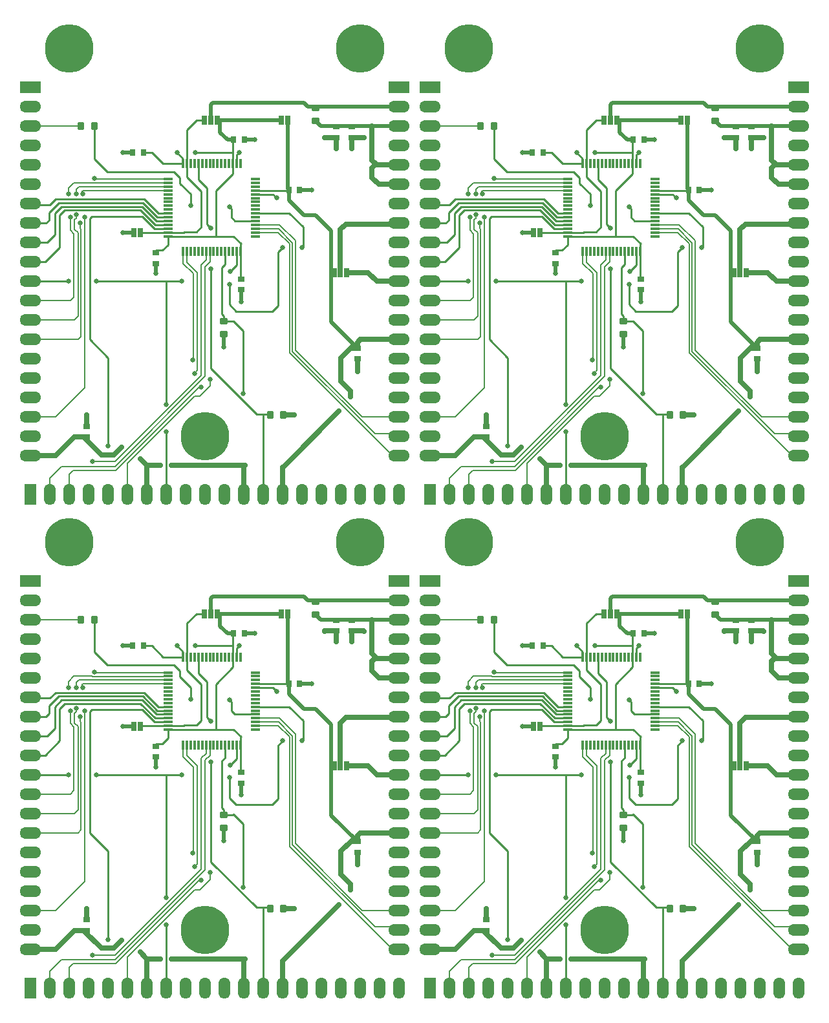
<source format=gtl>
G04 Layer_Physical_Order=1*
G04 Layer_Color=255*
%FSLAX25Y25*%
%MOIN*%
G70*
G01*
G75*
%ADD10R,0.02500X0.05000*%
%ADD11R,0.03740X0.02953*%
%ADD12R,0.02953X0.03740*%
%ADD13R,0.01181X0.04724*%
%ADD14R,0.04724X0.01181*%
G04:AMPARAMS|DCode=15|XSize=39.37mil|YSize=35.43mil|CornerRadius=4.43mil|HoleSize=0mil|Usage=FLASHONLY|Rotation=90.000|XOffset=0mil|YOffset=0mil|HoleType=Round|Shape=RoundedRectangle|*
%AMROUNDEDRECTD15*
21,1,0.03937,0.02657,0,0,90.0*
21,1,0.03051,0.03543,0,0,90.0*
1,1,0.00886,0.01329,0.01526*
1,1,0.00886,0.01329,-0.01526*
1,1,0.00886,-0.01329,-0.01526*
1,1,0.00886,-0.01329,0.01526*
%
%ADD15ROUNDEDRECTD15*%
G04:AMPARAMS|DCode=16|XSize=39.37mil|YSize=35.43mil|CornerRadius=4.43mil|HoleSize=0mil|Usage=FLASHONLY|Rotation=0.000|XOffset=0mil|YOffset=0mil|HoleType=Round|Shape=RoundedRectangle|*
%AMROUNDEDRECTD16*
21,1,0.03937,0.02657,0,0,0.0*
21,1,0.03051,0.03543,0,0,0.0*
1,1,0.00886,0.01526,-0.01329*
1,1,0.00886,-0.01526,-0.01329*
1,1,0.00886,-0.01526,0.01329*
1,1,0.00886,0.01526,0.01329*
%
%ADD16ROUNDEDRECTD16*%
%ADD17C,0.01000*%
%ADD18C,0.02000*%
%ADD19C,0.02500*%
%ADD20C,0.00800*%
%ADD21C,0.25000*%
%ADD22O,0.11000X0.06000*%
%ADD23R,0.11000X0.06000*%
%ADD24O,0.06000X0.11000*%
%ADD25R,0.06000X0.11000*%
%ADD26C,0.02500*%
D10*
X61378Y143000D02*
D03*
X64622D02*
D03*
X164512Y122500D02*
D03*
X167757D02*
D03*
X171000D02*
D03*
X104244Y201000D02*
D03*
X101000D02*
D03*
X97757D02*
D03*
X137257D02*
D03*
X140500D02*
D03*
X267378Y143000D02*
D03*
X270622D02*
D03*
X370512Y122500D02*
D03*
X373757D02*
D03*
X377000D02*
D03*
X310244Y201000D02*
D03*
X307000D02*
D03*
X303757D02*
D03*
X343257D02*
D03*
X346500D02*
D03*
X61378Y397500D02*
D03*
X64622D02*
D03*
X164512Y377000D02*
D03*
X167757D02*
D03*
X171000D02*
D03*
X104244Y455500D02*
D03*
X101000D02*
D03*
X97757D02*
D03*
X137257D02*
D03*
X140500D02*
D03*
X267378Y397500D02*
D03*
X270622D02*
D03*
X370512Y377000D02*
D03*
X373757D02*
D03*
X377000D02*
D03*
X310244Y455500D02*
D03*
X307000D02*
D03*
X303757D02*
D03*
X343257D02*
D03*
X346500D02*
D03*
D11*
X37000Y37744D02*
D03*
Y43256D02*
D03*
X165500Y197756D02*
D03*
Y192244D02*
D03*
X173500Y197756D02*
D03*
Y192244D02*
D03*
X116500Y119256D02*
D03*
Y113744D02*
D03*
X72500Y132756D02*
D03*
Y127244D02*
D03*
X176500Y83500D02*
D03*
Y77988D02*
D03*
X243000Y37744D02*
D03*
Y43256D02*
D03*
X371500Y197756D02*
D03*
Y192244D02*
D03*
X379500Y197756D02*
D03*
Y192244D02*
D03*
X322500Y119256D02*
D03*
Y113744D02*
D03*
X278500Y132756D02*
D03*
Y127244D02*
D03*
X382500Y83500D02*
D03*
Y77988D02*
D03*
X37000Y292244D02*
D03*
Y297756D02*
D03*
X165500Y452256D02*
D03*
Y446744D02*
D03*
X173500Y452256D02*
D03*
Y446744D02*
D03*
X116500Y373756D02*
D03*
Y368244D02*
D03*
X72500Y387256D02*
D03*
Y381744D02*
D03*
X176500Y338000D02*
D03*
Y332488D02*
D03*
X243000Y292244D02*
D03*
Y297756D02*
D03*
X371500Y452256D02*
D03*
Y446744D02*
D03*
X379500Y452256D02*
D03*
Y446744D02*
D03*
X322500Y373756D02*
D03*
Y368244D02*
D03*
X278500Y387256D02*
D03*
Y381744D02*
D03*
X382500Y338000D02*
D03*
Y332488D02*
D03*
D12*
X66256Y184500D02*
D03*
X60744D02*
D03*
X112744Y191000D02*
D03*
X118256D02*
D03*
X141244Y165000D02*
D03*
X146756D02*
D03*
X272256Y184500D02*
D03*
X266744D02*
D03*
X318744Y191000D02*
D03*
X324256D02*
D03*
X347244Y165000D02*
D03*
X352756D02*
D03*
X66256Y439000D02*
D03*
X60744D02*
D03*
X112744Y445500D02*
D03*
X118256D02*
D03*
X141244Y419500D02*
D03*
X146756D02*
D03*
X272256Y439000D02*
D03*
X266744D02*
D03*
X318744Y445500D02*
D03*
X324256D02*
D03*
X347244Y419500D02*
D03*
X352756D02*
D03*
D13*
X116264Y133362D02*
D03*
X114295D02*
D03*
X112327D02*
D03*
X110358D02*
D03*
X108390D02*
D03*
X106421D02*
D03*
X104453D02*
D03*
X102484D02*
D03*
X100516D02*
D03*
X98547D02*
D03*
X96579D02*
D03*
X94610D02*
D03*
X92642D02*
D03*
X90673D02*
D03*
X88705D02*
D03*
X86736D02*
D03*
Y178638D02*
D03*
X88705D02*
D03*
X90673D02*
D03*
X92642D02*
D03*
X94610D02*
D03*
X96579D02*
D03*
X98547D02*
D03*
X100516D02*
D03*
X102484D02*
D03*
X104453D02*
D03*
X106421D02*
D03*
X108390D02*
D03*
X110358D02*
D03*
X112327D02*
D03*
X114295D02*
D03*
X116264D02*
D03*
X322264Y133362D02*
D03*
X320295D02*
D03*
X318327D02*
D03*
X316358D02*
D03*
X314390D02*
D03*
X312421D02*
D03*
X310453D02*
D03*
X308484D02*
D03*
X306516D02*
D03*
X304547D02*
D03*
X302579D02*
D03*
X300610D02*
D03*
X298642D02*
D03*
X296673D02*
D03*
X294705D02*
D03*
X292736D02*
D03*
Y178638D02*
D03*
X294705D02*
D03*
X296673D02*
D03*
X298642D02*
D03*
X300610D02*
D03*
X302579D02*
D03*
X304547D02*
D03*
X306516D02*
D03*
X308484D02*
D03*
X310453D02*
D03*
X312421D02*
D03*
X314390D02*
D03*
X316358D02*
D03*
X318327D02*
D03*
X320295D02*
D03*
X322264D02*
D03*
X116264Y387862D02*
D03*
X114295D02*
D03*
X112327D02*
D03*
X110358D02*
D03*
X108390D02*
D03*
X106421D02*
D03*
X104453D02*
D03*
X102484D02*
D03*
X100516D02*
D03*
X98547D02*
D03*
X96579D02*
D03*
X94610D02*
D03*
X92642D02*
D03*
X90673D02*
D03*
X88705D02*
D03*
X86736D02*
D03*
Y433138D02*
D03*
X88705D02*
D03*
X90673D02*
D03*
X92642D02*
D03*
X94610D02*
D03*
X96579D02*
D03*
X98547D02*
D03*
X100516D02*
D03*
X102484D02*
D03*
X104453D02*
D03*
X106421D02*
D03*
X108390D02*
D03*
X110358D02*
D03*
X112327D02*
D03*
X114295D02*
D03*
X116264D02*
D03*
X322264Y387862D02*
D03*
X320295D02*
D03*
X318327D02*
D03*
X316358D02*
D03*
X314390D02*
D03*
X312421D02*
D03*
X310453D02*
D03*
X308484D02*
D03*
X306516D02*
D03*
X304547D02*
D03*
X302579D02*
D03*
X300610D02*
D03*
X298642D02*
D03*
X296673D02*
D03*
X294705D02*
D03*
X292736D02*
D03*
Y433138D02*
D03*
X294705D02*
D03*
X296673D02*
D03*
X298642D02*
D03*
X300610D02*
D03*
X302579D02*
D03*
X304547D02*
D03*
X306516D02*
D03*
X308484D02*
D03*
X310453D02*
D03*
X312421D02*
D03*
X314390D02*
D03*
X316358D02*
D03*
X318327D02*
D03*
X320295D02*
D03*
X322264D02*
D03*
D14*
X78862Y141236D02*
D03*
Y143205D02*
D03*
Y145173D02*
D03*
Y147142D02*
D03*
Y149110D02*
D03*
Y151079D02*
D03*
Y153047D02*
D03*
Y155016D02*
D03*
Y156984D02*
D03*
Y158953D02*
D03*
Y160921D02*
D03*
Y162890D02*
D03*
Y164858D02*
D03*
Y166827D02*
D03*
Y168795D02*
D03*
Y170764D02*
D03*
X124138D02*
D03*
Y168795D02*
D03*
Y166827D02*
D03*
Y164858D02*
D03*
Y162890D02*
D03*
Y160921D02*
D03*
Y158953D02*
D03*
Y156984D02*
D03*
Y155016D02*
D03*
Y153047D02*
D03*
Y151079D02*
D03*
Y149110D02*
D03*
Y147142D02*
D03*
Y145173D02*
D03*
Y143205D02*
D03*
Y141236D02*
D03*
X284862D02*
D03*
Y143205D02*
D03*
Y145173D02*
D03*
Y147142D02*
D03*
Y149110D02*
D03*
Y151079D02*
D03*
Y153047D02*
D03*
Y155016D02*
D03*
Y156984D02*
D03*
Y158953D02*
D03*
Y160921D02*
D03*
Y162890D02*
D03*
Y164858D02*
D03*
Y166827D02*
D03*
Y168795D02*
D03*
Y170764D02*
D03*
X330138D02*
D03*
Y168795D02*
D03*
Y166827D02*
D03*
Y164858D02*
D03*
Y162890D02*
D03*
Y160921D02*
D03*
Y158953D02*
D03*
Y156984D02*
D03*
Y155016D02*
D03*
Y153047D02*
D03*
Y151079D02*
D03*
Y149110D02*
D03*
Y147142D02*
D03*
Y145173D02*
D03*
Y143205D02*
D03*
Y141236D02*
D03*
X78862Y395736D02*
D03*
Y397705D02*
D03*
Y399673D02*
D03*
Y401642D02*
D03*
Y403610D02*
D03*
Y405579D02*
D03*
Y407547D02*
D03*
Y409516D02*
D03*
Y411484D02*
D03*
Y413453D02*
D03*
Y415421D02*
D03*
Y417390D02*
D03*
Y419358D02*
D03*
Y421327D02*
D03*
Y423295D02*
D03*
Y425264D02*
D03*
X124138D02*
D03*
Y423295D02*
D03*
Y421327D02*
D03*
Y419358D02*
D03*
Y417390D02*
D03*
Y415421D02*
D03*
Y413453D02*
D03*
Y411484D02*
D03*
Y409516D02*
D03*
Y407547D02*
D03*
Y405579D02*
D03*
Y403610D02*
D03*
Y401642D02*
D03*
Y399673D02*
D03*
Y397705D02*
D03*
Y395736D02*
D03*
X284862D02*
D03*
Y397705D02*
D03*
Y399673D02*
D03*
Y401642D02*
D03*
Y403610D02*
D03*
Y405579D02*
D03*
Y407547D02*
D03*
Y409516D02*
D03*
Y411484D02*
D03*
Y413453D02*
D03*
Y415421D02*
D03*
Y417390D02*
D03*
Y419358D02*
D03*
Y421327D02*
D03*
Y423295D02*
D03*
Y425264D02*
D03*
X330138D02*
D03*
Y423295D02*
D03*
Y421327D02*
D03*
Y419358D02*
D03*
Y417390D02*
D03*
Y415421D02*
D03*
Y413453D02*
D03*
Y411484D02*
D03*
Y409516D02*
D03*
Y407547D02*
D03*
Y405579D02*
D03*
Y403610D02*
D03*
Y401642D02*
D03*
Y399673D02*
D03*
Y397705D02*
D03*
Y395736D02*
D03*
D15*
X131653Y49000D02*
D03*
X138347D02*
D03*
X40846Y198000D02*
D03*
X34154D02*
D03*
X337653Y49000D02*
D03*
X344346D02*
D03*
X246847Y198000D02*
D03*
X240154D02*
D03*
X131653Y303500D02*
D03*
X138347D02*
D03*
X40846Y452500D02*
D03*
X34154D02*
D03*
X337653Y303500D02*
D03*
X344346D02*
D03*
X246847Y452500D02*
D03*
X240154D02*
D03*
D16*
X107500Y97347D02*
D03*
Y90654D02*
D03*
X155000Y207347D02*
D03*
Y200654D02*
D03*
X313500Y97347D02*
D03*
Y90654D02*
D03*
X361000Y207347D02*
D03*
Y200654D02*
D03*
X107500Y351847D02*
D03*
Y345153D02*
D03*
X155000Y461846D02*
D03*
Y455154D02*
D03*
X313500Y351847D02*
D03*
Y345153D02*
D03*
X361000Y461846D02*
D03*
Y455154D02*
D03*
D17*
X90500Y157000D02*
Y163000D01*
X82000Y174500D02*
X85000Y171500D01*
Y168500D02*
X90500Y163000D01*
X85000Y168500D02*
Y171500D01*
X8000Y118000D02*
X27500D01*
X38500Y150500D02*
X39500Y151500D01*
X38500Y88000D02*
Y150500D01*
X39500Y151500D02*
X65500D01*
X72500Y134000D02*
X76000D01*
X104244Y201000D02*
X105745D01*
X93500D02*
X97757D01*
X88705Y196205D02*
X93500Y201000D01*
X78000Y8000D02*
Y40500D01*
X48000Y33000D02*
Y78500D01*
X38500Y88000D02*
X48000Y78500D01*
X78000Y118000D02*
X86000D01*
X42000D02*
X78000D01*
Y54500D02*
Y118000D01*
X148000Y135500D02*
X148500Y136000D01*
Y146000D01*
X141453Y153047D02*
X148500Y146000D01*
X124138Y153047D02*
X141453D01*
X135500Y133000D02*
X138000Y135500D01*
X135500Y105500D02*
Y133000D01*
X132500Y102500D02*
X135500Y105500D01*
X114000Y102500D02*
X132500D01*
X110500Y106000D02*
X114000Y102500D01*
X110500Y106000D02*
Y116500D01*
X40846Y181154D02*
Y198500D01*
Y181154D02*
X47500Y174500D01*
X82000D01*
X110500Y156500D02*
X111500Y155500D01*
Y151000D02*
Y155500D01*
Y151000D02*
X113390Y149110D01*
X124138D01*
X96000Y146000D02*
Y164500D01*
X93500Y143500D02*
X96000Y146000D01*
X87295Y143500D02*
X93500D01*
X87000Y143205D02*
X87295Y143500D01*
X88705Y171795D02*
Y178638D01*
Y171795D02*
X96000Y164500D01*
X94610Y170390D02*
X99000Y166000D01*
Y147500D02*
Y166000D01*
Y147500D02*
X101000Y145500D01*
X94610Y170390D02*
Y178638D01*
X112327Y173500D02*
Y178638D01*
X103500Y141236D02*
X112764D01*
X78862D02*
X103500D01*
Y164673D02*
X112327Y173500D01*
X103500Y141236D02*
Y164673D01*
X112327Y184500D02*
Y190583D01*
Y178638D02*
Y184500D01*
X93000D02*
X112327D01*
X78862Y143205D02*
X87000D01*
X64622Y143000D02*
X64826Y143205D01*
X78862D01*
X66256Y184500D02*
X70500D01*
X76362Y178638D01*
X86736D01*
X76000Y134000D02*
X78862Y136862D01*
Y141236D01*
X116264Y119492D02*
X116500Y119256D01*
X88705Y178638D02*
Y196205D01*
X112327Y190583D02*
X112744Y191000D01*
X141102Y164858D02*
X141244Y165000D01*
X112764Y141236D02*
X116500Y137500D01*
X116264Y137264D02*
X116500Y137500D01*
X116264Y133362D02*
Y137264D01*
Y119492D02*
Y133362D01*
X86736Y178638D02*
Y181264D01*
X83500Y184500D02*
X86736Y181264D01*
X114295Y178638D02*
Y183295D01*
X115500Y184500D01*
X133110Y162890D02*
X135000Y161000D01*
X114295Y126295D02*
Y133362D01*
X111000Y123000D02*
X114295Y126295D01*
X8500Y157500D02*
X18000D01*
X8000Y158000D02*
X8500Y157500D01*
X17500Y149500D02*
Y153500D01*
X16000Y148000D02*
X17500Y149500D01*
X8000Y148000D02*
X16000D01*
X20500Y142000D02*
Y153000D01*
X16500Y138000D02*
X20500Y142000D01*
X8000Y138000D02*
X16500D01*
X23000Y135500D02*
Y152000D01*
X15500Y128000D02*
X23000Y135500D01*
X8000Y128000D02*
X15500D01*
X65500Y151500D02*
X71827Y145173D01*
X108390Y126890D02*
Y133362D01*
X106500Y125000D02*
X108390Y126890D01*
X106500Y101000D02*
Y125000D01*
Y101000D02*
X107500Y100000D01*
Y97347D02*
Y100000D01*
X124138Y164858D02*
X141102D01*
X124138Y162890D02*
X133110D01*
X101000Y73000D02*
Y124500D01*
Y73000D02*
X124500Y49500D01*
X131154D02*
X131653Y49000D01*
X128000Y8000D02*
Y49500D01*
X124500D02*
X128000D01*
X131154D01*
X107500Y97347D02*
X112346D01*
X112500Y97500D01*
X117500Y92500D01*
Y60000D02*
Y92500D01*
X72358Y147142D02*
X78862D01*
X72890Y149110D02*
X78862D01*
X73421Y151079D02*
X78862D01*
X73953Y153047D02*
X78862D01*
X71827Y145173D02*
X78862D01*
X64766Y154734D02*
X72358Y147142D01*
X23000Y152000D02*
X25734Y154734D01*
X64766D01*
X18000Y157500D02*
X20900Y160400D01*
X66600D01*
X73953Y153047D01*
X17500Y153500D02*
X22500Y158500D01*
X66000D01*
X73421Y151079D01*
X20500Y153000D02*
X24000Y156500D01*
X65500D01*
X72890Y149110D01*
X296500Y157000D02*
Y163000D01*
X288000Y174500D02*
X291000Y171500D01*
Y168500D02*
X296500Y163000D01*
X291000Y168500D02*
Y171500D01*
X214000Y118000D02*
X233500D01*
X244500Y150500D02*
X245500Y151500D01*
X244500Y88000D02*
Y150500D01*
X245500Y151500D02*
X271500D01*
X278500Y134000D02*
X282000D01*
X310244Y201000D02*
X311744D01*
X299500D02*
X303757D01*
X294705Y196205D02*
X299500Y201000D01*
X284000Y8000D02*
Y40500D01*
X254000Y33000D02*
Y78500D01*
X244500Y88000D02*
X254000Y78500D01*
X284000Y118000D02*
X292000D01*
X248000D02*
X284000D01*
Y54500D02*
Y118000D01*
X354000Y135500D02*
X354500Y136000D01*
Y146000D01*
X347453Y153047D02*
X354500Y146000D01*
X330138Y153047D02*
X347453D01*
X341500Y133000D02*
X344000Y135500D01*
X341500Y105500D02*
Y133000D01*
X338500Y102500D02*
X341500Y105500D01*
X320000Y102500D02*
X338500D01*
X316500Y106000D02*
X320000Y102500D01*
X316500Y106000D02*
Y116500D01*
X246847Y181154D02*
Y198500D01*
Y181154D02*
X253500Y174500D01*
X288000D01*
X316500Y156500D02*
X317500Y155500D01*
Y151000D02*
Y155500D01*
Y151000D02*
X319390Y149110D01*
X330138D01*
X302000Y146000D02*
Y164500D01*
X299500Y143500D02*
X302000Y146000D01*
X293295Y143500D02*
X299500D01*
X293000Y143205D02*
X293295Y143500D01*
X294705Y171795D02*
Y178638D01*
Y171795D02*
X302000Y164500D01*
X300610Y170390D02*
X305000Y166000D01*
Y147500D02*
Y166000D01*
Y147500D02*
X307000Y145500D01*
X300610Y170390D02*
Y178638D01*
X318327Y173500D02*
Y178638D01*
X309500Y141236D02*
X318764D01*
X284862D02*
X309500D01*
Y164673D02*
X318327Y173500D01*
X309500Y141236D02*
Y164673D01*
X318327Y184500D02*
Y190583D01*
Y178638D02*
Y184500D01*
X299000D02*
X318327D01*
X284862Y143205D02*
X293000D01*
X270622Y143000D02*
X270826Y143205D01*
X284862D01*
X272256Y184500D02*
X276500D01*
X282362Y178638D01*
X292736D01*
X282000Y134000D02*
X284862Y136862D01*
Y141236D01*
X322264Y119492D02*
X322500Y119256D01*
X294705Y178638D02*
Y196205D01*
X318327Y190583D02*
X318744Y191000D01*
X347102Y164858D02*
X347244Y165000D01*
X318764Y141236D02*
X322500Y137500D01*
X322264Y137264D02*
X322500Y137500D01*
X322264Y133362D02*
Y137264D01*
Y119492D02*
Y133362D01*
X292736Y178638D02*
Y181264D01*
X289500Y184500D02*
X292736Y181264D01*
X320295Y178638D02*
Y183295D01*
X321500Y184500D01*
X339110Y162890D02*
X341000Y161000D01*
X320295Y126295D02*
Y133362D01*
X317000Y123000D02*
X320295Y126295D01*
X214500Y157500D02*
X224000D01*
X214000Y158000D02*
X214500Y157500D01*
X223500Y149500D02*
Y153500D01*
X222000Y148000D02*
X223500Y149500D01*
X214000Y148000D02*
X222000D01*
X226500Y142000D02*
Y153000D01*
X222500Y138000D02*
X226500Y142000D01*
X214000Y138000D02*
X222500D01*
X229000Y135500D02*
Y152000D01*
X221500Y128000D02*
X229000Y135500D01*
X214000Y128000D02*
X221500D01*
X271500Y151500D02*
X277827Y145173D01*
X314390Y126890D02*
Y133362D01*
X312500Y125000D02*
X314390Y126890D01*
X312500Y101000D02*
Y125000D01*
Y101000D02*
X313500Y100000D01*
Y97347D02*
Y100000D01*
X330138Y164858D02*
X347102D01*
X330138Y162890D02*
X339110D01*
X307000Y73000D02*
Y124500D01*
Y73000D02*
X330500Y49500D01*
X337154D02*
X337653Y49000D01*
X334000Y8000D02*
Y49500D01*
X330500D02*
X334000D01*
X337154D01*
X313500Y97347D02*
X318347D01*
X318500Y97500D01*
X323500Y92500D01*
Y60000D02*
Y92500D01*
X278358Y147142D02*
X284862D01*
X278890Y149110D02*
X284862D01*
X279421Y151079D02*
X284862D01*
X279953Y153047D02*
X284862D01*
X277827Y145173D02*
X284862D01*
X270766Y154734D02*
X278358Y147142D01*
X229000Y152000D02*
X231734Y154734D01*
X270766D01*
X224000Y157500D02*
X226900Y160400D01*
X272600D01*
X279953Y153047D01*
X223500Y153500D02*
X228500Y158500D01*
X272000D01*
X279421Y151079D01*
X226500Y153000D02*
X230000Y156500D01*
X271500D01*
X278890Y149110D01*
X90500Y411500D02*
Y417500D01*
X82000Y429000D02*
X85000Y426000D01*
Y423000D02*
X90500Y417500D01*
X85000Y423000D02*
Y426000D01*
X8000Y372500D02*
X27500D01*
X38500Y405000D02*
X39500Y406000D01*
X38500Y342500D02*
Y405000D01*
X39500Y406000D02*
X65500D01*
X72500Y388500D02*
X76000D01*
X104244Y455500D02*
X105745D01*
X93500D02*
X97757D01*
X88705Y450705D02*
X93500Y455500D01*
X78000Y262500D02*
Y295000D01*
X48000Y287500D02*
Y333000D01*
X38500Y342500D02*
X48000Y333000D01*
X78000Y372500D02*
X86000D01*
X42000D02*
X78000D01*
Y309000D02*
Y372500D01*
X148000Y390000D02*
X148500Y390500D01*
Y400500D01*
X141453Y407547D02*
X148500Y400500D01*
X124138Y407547D02*
X141453D01*
X135500Y387500D02*
X138000Y390000D01*
X135500Y360000D02*
Y387500D01*
X132500Y357000D02*
X135500Y360000D01*
X114000Y357000D02*
X132500D01*
X110500Y360500D02*
X114000Y357000D01*
X110500Y360500D02*
Y371000D01*
X40846Y435653D02*
Y453000D01*
Y435653D02*
X47500Y429000D01*
X82000D01*
X110500Y411000D02*
X111500Y410000D01*
Y405500D02*
Y410000D01*
Y405500D02*
X113390Y403610D01*
X124138D01*
X96000Y400500D02*
Y419000D01*
X93500Y398000D02*
X96000Y400500D01*
X87295Y398000D02*
X93500D01*
X87000Y397705D02*
X87295Y398000D01*
X88705Y426295D02*
Y433138D01*
Y426295D02*
X96000Y419000D01*
X94610Y424890D02*
X99000Y420500D01*
Y402000D02*
Y420500D01*
Y402000D02*
X101000Y400000D01*
X94610Y424890D02*
Y433138D01*
X112327Y428000D02*
Y433138D01*
X103500Y395736D02*
X112764D01*
X78862D02*
X103500D01*
Y419173D02*
X112327Y428000D01*
X103500Y395736D02*
Y419173D01*
X112327Y439000D02*
Y445083D01*
Y433138D02*
Y439000D01*
X93000D02*
X112327D01*
X78862Y397705D02*
X87000D01*
X64622Y397500D02*
X64826Y397705D01*
X78862D01*
X66256Y439000D02*
X70500D01*
X76362Y433138D01*
X86736D01*
X76000Y388500D02*
X78862Y391362D01*
Y395736D01*
X116264Y373992D02*
X116500Y373756D01*
X88705Y433138D02*
Y450705D01*
X112327Y445083D02*
X112744Y445500D01*
X141102Y419358D02*
X141244Y419500D01*
X112764Y395736D02*
X116500Y392000D01*
X116264Y391764D02*
X116500Y392000D01*
X116264Y387862D02*
Y391764D01*
Y373992D02*
Y387862D01*
X86736Y433138D02*
Y435764D01*
X83500Y439000D02*
X86736Y435764D01*
X114295Y433138D02*
Y437795D01*
X115500Y439000D01*
X133110Y417390D02*
X135000Y415500D01*
X114295Y380795D02*
Y387862D01*
X111000Y377500D02*
X114295Y380795D01*
X8500Y412000D02*
X18000D01*
X8000Y412500D02*
X8500Y412000D01*
X17500Y404000D02*
Y408000D01*
X16000Y402500D02*
X17500Y404000D01*
X8000Y402500D02*
X16000D01*
X20500Y396500D02*
Y407500D01*
X16500Y392500D02*
X20500Y396500D01*
X8000Y392500D02*
X16500D01*
X23000Y390000D02*
Y406500D01*
X15500Y382500D02*
X23000Y390000D01*
X8000Y382500D02*
X15500D01*
X65500Y406000D02*
X71827Y399673D01*
X108390Y381390D02*
Y387862D01*
X106500Y379500D02*
X108390Y381390D01*
X106500Y355500D02*
Y379500D01*
Y355500D02*
X107500Y354500D01*
Y351847D02*
Y354500D01*
X124138Y419358D02*
X141102D01*
X124138Y417390D02*
X133110D01*
X101000Y327500D02*
Y379000D01*
Y327500D02*
X124500Y304000D01*
X131154D02*
X131653Y303500D01*
X128000Y262500D02*
Y304000D01*
X124500D02*
X128000D01*
X131154D01*
X107500Y351847D02*
X112346D01*
X112500Y352000D01*
X117500Y347000D01*
Y314500D02*
Y347000D01*
X72358Y401642D02*
X78862D01*
X72890Y403610D02*
X78862D01*
X73421Y405579D02*
X78862D01*
X73953Y407547D02*
X78862D01*
X71827Y399673D02*
X78862D01*
X64766Y409234D02*
X72358Y401642D01*
X23000Y406500D02*
X25734Y409234D01*
X64766D01*
X18000Y412000D02*
X20900Y414900D01*
X66600D01*
X73953Y407547D01*
X17500Y408000D02*
X22500Y413000D01*
X66000D01*
X73421Y405579D01*
X20500Y407500D02*
X24000Y411000D01*
X65500D01*
X72890Y403610D01*
X296500Y411500D02*
Y417500D01*
X288000Y429000D02*
X291000Y426000D01*
Y423000D02*
X296500Y417500D01*
X291000Y423000D02*
Y426000D01*
X214000Y372500D02*
X233500D01*
X244500Y405000D02*
X245500Y406000D01*
X244500Y342500D02*
Y405000D01*
X245500Y406000D02*
X271500D01*
X278500Y388500D02*
X282000D01*
X310244Y455500D02*
X311744D01*
X299500D02*
X303757D01*
X294705Y450705D02*
X299500Y455500D01*
X284000Y262500D02*
Y295000D01*
X254000Y287500D02*
Y333000D01*
X244500Y342500D02*
X254000Y333000D01*
X284000Y372500D02*
X292000D01*
X248000D02*
X284000D01*
Y309000D02*
Y372500D01*
X354000Y390000D02*
X354500Y390500D01*
Y400500D01*
X347453Y407547D02*
X354500Y400500D01*
X330138Y407547D02*
X347453D01*
X341500Y387500D02*
X344000Y390000D01*
X341500Y360000D02*
Y387500D01*
X338500Y357000D02*
X341500Y360000D01*
X320000Y357000D02*
X338500D01*
X316500Y360500D02*
X320000Y357000D01*
X316500Y360500D02*
Y371000D01*
X246847Y435653D02*
Y453000D01*
Y435653D02*
X253500Y429000D01*
X288000D01*
X316500Y411000D02*
X317500Y410000D01*
Y405500D02*
Y410000D01*
Y405500D02*
X319390Y403610D01*
X330138D01*
X302000Y400500D02*
Y419000D01*
X299500Y398000D02*
X302000Y400500D01*
X293295Y398000D02*
X299500D01*
X293000Y397705D02*
X293295Y398000D01*
X294705Y426295D02*
Y433138D01*
Y426295D02*
X302000Y419000D01*
X300610Y424890D02*
X305000Y420500D01*
Y402000D02*
Y420500D01*
Y402000D02*
X307000Y400000D01*
X300610Y424890D02*
Y433138D01*
X318327Y428000D02*
Y433138D01*
X309500Y395736D02*
X318764D01*
X284862D02*
X309500D01*
Y419173D02*
X318327Y428000D01*
X309500Y395736D02*
Y419173D01*
X318327Y439000D02*
Y445083D01*
Y433138D02*
Y439000D01*
X299000D02*
X318327D01*
X284862Y397705D02*
X293000D01*
X270622Y397500D02*
X270826Y397705D01*
X284862D01*
X272256Y439000D02*
X276500D01*
X282362Y433138D01*
X292736D01*
X282000Y388500D02*
X284862Y391362D01*
Y395736D01*
X322264Y373992D02*
X322500Y373756D01*
X294705Y433138D02*
Y450705D01*
X318327Y445083D02*
X318744Y445500D01*
X347102Y419358D02*
X347244Y419500D01*
X318764Y395736D02*
X322500Y392000D01*
X322264Y391764D02*
X322500Y392000D01*
X322264Y387862D02*
Y391764D01*
Y373992D02*
Y387862D01*
X292736Y433138D02*
Y435764D01*
X289500Y439000D02*
X292736Y435764D01*
X320295Y433138D02*
Y437795D01*
X321500Y439000D01*
X339110Y417390D02*
X341000Y415500D01*
X320295Y380795D02*
Y387862D01*
X317000Y377500D02*
X320295Y380795D01*
X214500Y412000D02*
X224000D01*
X214000Y412500D02*
X214500Y412000D01*
X223500Y404000D02*
Y408000D01*
X222000Y402500D02*
X223500Y404000D01*
X214000Y402500D02*
X222000D01*
X226500Y396500D02*
Y407500D01*
X222500Y392500D02*
X226500Y396500D01*
X214000Y392500D02*
X222500D01*
X229000Y390000D02*
Y406500D01*
X221500Y382500D02*
X229000Y390000D01*
X214000Y382500D02*
X221500D01*
X271500Y406000D02*
X277827Y399673D01*
X314390Y381390D02*
Y387862D01*
X312500Y379500D02*
X314390Y381390D01*
X312500Y355500D02*
Y379500D01*
Y355500D02*
X313500Y354500D01*
Y351847D02*
Y354500D01*
X330138Y419358D02*
X347102D01*
X330138Y417390D02*
X339110D01*
X307000Y327500D02*
Y379000D01*
Y327500D02*
X330500Y304000D01*
X337154D02*
X337653Y303500D01*
X334000Y262500D02*
Y304000D01*
X330500D02*
X334000D01*
X337154D01*
X313500Y351847D02*
X318347D01*
X318500Y352000D01*
X323500Y347000D01*
Y314500D02*
Y347000D01*
X278358Y401642D02*
X284862D01*
X278890Y403610D02*
X284862D01*
X279421Y405579D02*
X284862D01*
X279953Y407547D02*
X284862D01*
X277827Y399673D02*
X284862D01*
X270766Y409234D02*
X278358Y401642D01*
X229000Y406500D02*
X231734Y409234D01*
X270766D01*
X224000Y412000D02*
X226900Y414900D01*
X272600D01*
X279953Y407547D01*
X223500Y408000D02*
X228500Y413000D01*
X272000D01*
X279421Y405579D01*
X226500Y407500D02*
X230000Y411000D01*
X271500D01*
X278890Y403610D01*
D18*
X184000Y198000D02*
X198000D01*
X157653D02*
X184000D01*
X105745Y194755D02*
Y201000D01*
X101000D02*
Y209000D01*
X102000Y210000D01*
X163000Y97000D02*
Y144000D01*
Y97000D02*
X176500Y83500D01*
X155000Y152000D02*
X163000Y144000D01*
X149000Y152000D02*
X155000D01*
X141244Y159756D02*
X149000Y152000D01*
X141244Y159756D02*
Y165000D01*
X105745Y194755D02*
X109500Y191000D01*
X112744D01*
X140500Y165744D02*
X141244Y165000D01*
X140500Y165744D02*
Y201000D01*
X105745D02*
X137257D01*
X155000Y200654D02*
X157653Y198000D01*
X155000Y207347D02*
X155654Y208000D01*
X198000D01*
X154347D02*
X155000Y207347D01*
X151000Y208000D02*
X154347D01*
X149000Y210000D02*
X151000Y208000D01*
X102000Y210000D02*
X149000D01*
X116500Y107500D02*
Y113744D01*
X107500Y84000D02*
Y90654D01*
X72500Y122000D02*
Y127244D01*
X55500Y143000D02*
X61378D01*
X55500Y184500D02*
X60744D01*
X146756Y165000D02*
X153000D01*
X118256Y191000D02*
X123500D01*
X390000Y198000D02*
X404000D01*
X363653D02*
X390000D01*
X311744Y194755D02*
Y201000D01*
X307000D02*
Y209000D01*
X308000Y210000D01*
X369000Y97000D02*
Y144000D01*
Y97000D02*
X382500Y83500D01*
X361000Y152000D02*
X369000Y144000D01*
X355000Y152000D02*
X361000D01*
X347244Y159756D02*
X355000Y152000D01*
X347244Y159756D02*
Y165000D01*
X311744Y194755D02*
X315500Y191000D01*
X318744D01*
X346500Y165744D02*
X347244Y165000D01*
X346500Y165744D02*
Y201000D01*
X311744D02*
X343257D01*
X361000Y200654D02*
X363653Y198000D01*
X361000Y207347D02*
X361653Y208000D01*
X404000D01*
X360347D02*
X361000Y207347D01*
X357000Y208000D02*
X360347D01*
X355000Y210000D02*
X357000Y208000D01*
X308000Y210000D02*
X355000D01*
X322500Y107500D02*
Y113744D01*
X313500Y84000D02*
Y90654D01*
X278500Y122000D02*
Y127244D01*
X261500Y143000D02*
X267378D01*
X261500Y184500D02*
X266744D01*
X352756Y165000D02*
X359000D01*
X324256Y191000D02*
X329500D01*
X184000Y452500D02*
X198000D01*
X157653D02*
X184000D01*
X105745Y449256D02*
Y455500D01*
X101000D02*
Y463500D01*
X102000Y464500D01*
X163000Y351500D02*
Y398500D01*
Y351500D02*
X176500Y338000D01*
X155000Y406500D02*
X163000Y398500D01*
X149000Y406500D02*
X155000D01*
X141244Y414256D02*
X149000Y406500D01*
X141244Y414256D02*
Y419500D01*
X105745Y449256D02*
X109500Y445500D01*
X112744D01*
X140500Y420244D02*
X141244Y419500D01*
X140500Y420244D02*
Y455500D01*
X105745D02*
X137257D01*
X155000Y455154D02*
X157653Y452500D01*
X155000Y461846D02*
X155654Y462500D01*
X198000D01*
X154347D02*
X155000Y461846D01*
X151000Y462500D02*
X154347D01*
X149000Y464500D02*
X151000Y462500D01*
X102000Y464500D02*
X149000D01*
X116500Y362000D02*
Y368244D01*
X107500Y338500D02*
Y345153D01*
X72500Y376500D02*
Y381744D01*
X55500Y397500D02*
X61378D01*
X55500Y439000D02*
X60744D01*
X146756Y419500D02*
X153000D01*
X118256Y445500D02*
X123500D01*
X390000Y452500D02*
X404000D01*
X363653D02*
X390000D01*
X311744Y449256D02*
Y455500D01*
X307000D02*
Y463500D01*
X308000Y464500D01*
X369000Y351500D02*
Y398500D01*
Y351500D02*
X382500Y338000D01*
X361000Y406500D02*
X369000Y398500D01*
X355000Y406500D02*
X361000D01*
X347244Y414256D02*
X355000Y406500D01*
X347244Y414256D02*
Y419500D01*
X311744Y449256D02*
X315500Y445500D01*
X318744D01*
X346500Y420244D02*
X347244Y419500D01*
X346500Y420244D02*
Y455500D01*
X311744D02*
X343257D01*
X361000Y455154D02*
X363653Y452500D01*
X361000Y461846D02*
X361653Y462500D01*
X404000D01*
X360347D02*
X361000Y461846D01*
X357000Y462500D02*
X360347D01*
X355000Y464500D02*
X357000Y462500D01*
X308000Y464500D02*
X355000D01*
X322500Y362000D02*
Y368244D01*
X313500Y338500D02*
Y345153D01*
X278500Y376500D02*
Y381744D01*
X261500Y397500D02*
X267378D01*
X261500Y439000D02*
X266744D01*
X352756Y419500D02*
X359000D01*
X324256Y445500D02*
X329500D01*
D19*
X185500Y178000D02*
X186500D01*
X184000Y180500D02*
Y198000D01*
Y180500D02*
X186500Y178000D01*
X198000D01*
X184000Y176500D02*
X185500Y178000D01*
X184000Y171500D02*
Y176500D01*
Y171500D02*
X187500Y168000D01*
X198000D01*
X29000Y36000D02*
X30744Y37744D01*
X174000Y83500D02*
X176500D01*
X173500Y84000D02*
X174000Y83500D01*
X168000Y78500D02*
X173500Y84000D01*
X168000Y66500D02*
Y78500D01*
Y66500D02*
X173000Y61500D01*
Y58500D02*
Y61500D01*
X37000Y43756D02*
Y49000D01*
X159500Y192000D02*
X159744Y192244D01*
X165500D01*
X179756D02*
X180000Y192000D01*
X173500Y192244D02*
X179756D01*
X173500Y186500D02*
Y192244D01*
X165500Y186500D02*
Y192244D01*
X186500Y118000D02*
X198000D01*
X182000Y122500D02*
X186500Y118000D01*
X171000Y122500D02*
X182000D01*
X197500Y147500D02*
X198000Y148000D01*
X170500Y147500D02*
X197500D01*
X167757Y144757D02*
X170500Y147500D01*
X167757Y122500D02*
Y144757D01*
X176500Y71500D02*
Y77988D01*
X138347Y49000D02*
X144000D01*
X80500Y23000D02*
X118500D01*
X68000D02*
X75000D01*
X64500Y26500D02*
X68000Y23000D01*
X69000D02*
X75000D01*
X68000Y22000D02*
X69000Y23000D01*
X51000Y28500D02*
X55000Y32500D01*
X44500Y28500D02*
X51000D01*
X35256Y37744D02*
X44500Y28500D01*
X30744Y37744D02*
X35256D01*
X21000Y28000D02*
X29000Y36000D01*
X8000Y28000D02*
X21000D01*
X68000Y8000D02*
Y22000D01*
X138500Y22500D02*
X167000Y51000D01*
X138000Y22000D02*
X138500Y22500D01*
X118000D02*
X118500Y23000D01*
X118000Y8000D02*
Y22500D01*
X138000Y8000D02*
Y22000D01*
X176500Y83500D02*
Y86500D01*
X178000Y88000D01*
X198000D01*
X391500Y178000D02*
X392500D01*
X390000Y180500D02*
Y198000D01*
Y180500D02*
X392500Y178000D01*
X404000D01*
X390000Y176500D02*
X391500Y178000D01*
X390000Y171500D02*
Y176500D01*
Y171500D02*
X393500Y168000D01*
X404000D01*
X235000Y36000D02*
X236744Y37744D01*
X380000Y83500D02*
X382500D01*
X379500Y84000D02*
X380000Y83500D01*
X374000Y78500D02*
X379500Y84000D01*
X374000Y66500D02*
Y78500D01*
Y66500D02*
X379000Y61500D01*
Y58500D02*
Y61500D01*
X243000Y43756D02*
Y49000D01*
X365500Y192000D02*
X365744Y192244D01*
X371500D01*
X385756D02*
X386000Y192000D01*
X379500Y192244D02*
X385756D01*
X379500Y186500D02*
Y192244D01*
X371500Y186500D02*
Y192244D01*
X392500Y118000D02*
X404000D01*
X388000Y122500D02*
X392500Y118000D01*
X377000Y122500D02*
X388000D01*
X403500Y147500D02*
X404000Y148000D01*
X376500Y147500D02*
X403500D01*
X373757Y144757D02*
X376500Y147500D01*
X373757Y122500D02*
Y144757D01*
X382500Y71500D02*
Y77988D01*
X344346Y49000D02*
X350000D01*
X286500Y23000D02*
X324500D01*
X274000D02*
X281000D01*
X270500Y26500D02*
X274000Y23000D01*
X275000D02*
X281000D01*
X274000Y22000D02*
X275000Y23000D01*
X257000Y28500D02*
X261000Y32500D01*
X250500Y28500D02*
X257000D01*
X241256Y37744D02*
X250500Y28500D01*
X236744Y37744D02*
X241256D01*
X227000Y28000D02*
X235000Y36000D01*
X214000Y28000D02*
X227000D01*
X274000Y8000D02*
Y22000D01*
X344500Y22500D02*
X373000Y51000D01*
X344000Y22000D02*
X344500Y22500D01*
X324000D02*
X324500Y23000D01*
X324000Y8000D02*
Y22500D01*
X344000Y8000D02*
Y22000D01*
X382500Y83500D02*
Y86500D01*
X384000Y88000D01*
X404000D01*
X185500Y432500D02*
X186500D01*
X184000Y435000D02*
Y452500D01*
Y435000D02*
X186500Y432500D01*
X198000D01*
X184000Y431000D02*
X185500Y432500D01*
X184000Y426000D02*
Y431000D01*
Y426000D02*
X187500Y422500D01*
X198000D01*
X29000Y290500D02*
X30744Y292244D01*
X174000Y338000D02*
X176500D01*
X173500Y338500D02*
X174000Y338000D01*
X168000Y333000D02*
X173500Y338500D01*
X168000Y321000D02*
Y333000D01*
Y321000D02*
X173000Y316000D01*
Y313000D02*
Y316000D01*
X37000Y298256D02*
Y303500D01*
X159500Y446500D02*
X159744Y446744D01*
X165500D01*
X179756D02*
X180000Y446500D01*
X173500Y446744D02*
X179756D01*
X173500Y441000D02*
Y446744D01*
X165500Y441000D02*
Y446744D01*
X186500Y372500D02*
X198000D01*
X182000Y377000D02*
X186500Y372500D01*
X171000Y377000D02*
X182000D01*
X197500Y402000D02*
X198000Y402500D01*
X170500Y402000D02*
X197500D01*
X167757Y399257D02*
X170500Y402000D01*
X167757Y377000D02*
Y399257D01*
X176500Y326000D02*
Y332488D01*
X138347Y303500D02*
X144000D01*
X80500Y277500D02*
X118500D01*
X68000D02*
X75000D01*
X64500Y281000D02*
X68000Y277500D01*
X69000D02*
X75000D01*
X68000Y276500D02*
X69000Y277500D01*
X51000Y283000D02*
X55000Y287000D01*
X44500Y283000D02*
X51000D01*
X35256Y292244D02*
X44500Y283000D01*
X30744Y292244D02*
X35256D01*
X21000Y282500D02*
X29000Y290500D01*
X8000Y282500D02*
X21000D01*
X68000Y262500D02*
Y276500D01*
X138500Y277000D02*
X167000Y305500D01*
X138000Y276500D02*
X138500Y277000D01*
X118000D02*
X118500Y277500D01*
X118000Y262500D02*
Y277000D01*
X138000Y262500D02*
Y276500D01*
X176500Y338000D02*
Y341000D01*
X178000Y342500D01*
X198000D01*
X391500Y432500D02*
X392500D01*
X390000Y435000D02*
Y452500D01*
Y435000D02*
X392500Y432500D01*
X404000D01*
X390000Y431000D02*
X391500Y432500D01*
X390000Y426000D02*
Y431000D01*
Y426000D02*
X393500Y422500D01*
X404000D01*
X235000Y290500D02*
X236744Y292244D01*
X380000Y338000D02*
X382500D01*
X379500Y338500D02*
X380000Y338000D01*
X374000Y333000D02*
X379500Y338500D01*
X374000Y321000D02*
Y333000D01*
Y321000D02*
X379000Y316000D01*
Y313000D02*
Y316000D01*
X243000Y298256D02*
Y303500D01*
X365500Y446500D02*
X365744Y446744D01*
X371500D01*
X385756D02*
X386000Y446500D01*
X379500Y446744D02*
X385756D01*
X379500Y441000D02*
Y446744D01*
X371500Y441000D02*
Y446744D01*
X392500Y372500D02*
X404000D01*
X388000Y377000D02*
X392500Y372500D01*
X377000Y377000D02*
X388000D01*
X403500Y402000D02*
X404000Y402500D01*
X376500Y402000D02*
X403500D01*
X373757Y399257D02*
X376500Y402000D01*
X373757Y377000D02*
Y399257D01*
X382500Y326000D02*
Y332488D01*
X344346Y303500D02*
X350000D01*
X286500Y277500D02*
X324500D01*
X274000D02*
X281000D01*
X270500Y281000D02*
X274000Y277500D01*
X275000D02*
X281000D01*
X274000Y276500D02*
X275000Y277500D01*
X257000Y283000D02*
X261000Y287000D01*
X250500Y283000D02*
X257000D01*
X241256Y292244D02*
X250500Y283000D01*
X236744Y292244D02*
X241256D01*
X227000Y282500D02*
X235000Y290500D01*
X214000Y282500D02*
X227000D01*
X274000Y262500D02*
Y276500D01*
X344500Y277000D02*
X373000Y305500D01*
X344000Y276500D02*
X344500Y277000D01*
X324000D02*
X324500Y277500D01*
X324000Y262500D02*
Y277000D01*
X344000Y262500D02*
Y276500D01*
X382500Y338000D02*
Y341000D01*
X384000Y342500D01*
X404000D01*
D20*
X28500Y144500D02*
X30400Y142600D01*
Y109900D02*
Y142600D01*
X28500Y108000D02*
X30400Y109900D01*
X33500Y145500D02*
X34100Y144900D01*
Y89600D02*
Y144900D01*
X32500Y88000D02*
X34100Y89600D01*
X33500Y145500D02*
Y148000D01*
X31250Y152134D02*
X31500Y151884D01*
Y150500D02*
Y151884D01*
X30750Y144750D02*
X32500Y143000D01*
Y100000D02*
Y143000D01*
X40264Y170764D02*
X78862D01*
X36000Y63000D02*
Y151000D01*
X21000Y48000D02*
X36000Y63000D01*
X8000Y108000D02*
X28500D01*
X30500Y98000D02*
X32500Y100000D01*
X8000Y98000D02*
X30500D01*
X8000Y88000D02*
X32500D01*
X8000Y48000D02*
X21000D01*
X34500Y163500D02*
X35000Y163000D01*
X34500Y163500D02*
Y164500D01*
X34858Y164858D01*
X78862D01*
X32827Y166827D02*
X78862D01*
X31500Y165500D02*
X32827Y166827D01*
X31500Y163000D02*
Y165500D01*
X30295Y168795D02*
X40023D01*
X40068Y168750D01*
X78817D01*
X78862Y168795D01*
X40500Y171000D02*
X41000D01*
X40264Y170764D02*
X40500Y171000D01*
X141500Y81000D02*
X194500Y28000D01*
X143100Y81920D02*
X185500Y39520D01*
X144500Y82500D02*
X179000Y48000D01*
X51682Y25000D02*
X96000Y69318D01*
X40000Y25000D02*
X51682D01*
X51500Y22500D02*
X98000Y69000D01*
X24000Y22500D02*
X51500D01*
X52000Y20500D02*
X95750Y64250D01*
X30000Y20500D02*
X52000D01*
X100500Y64000D02*
Y67500D01*
X95250Y58750D02*
X100500Y64000D01*
X92750Y58750D02*
X95250D01*
X95750Y64250D02*
X96500Y63500D01*
X96000D02*
X96500D01*
X58000Y24000D02*
X92750Y58750D01*
X58000Y8000D02*
Y24000D01*
X28000Y18500D02*
X30000Y20500D01*
X98000Y69000D02*
Y125500D01*
X96000Y69318D02*
Y126500D01*
X92000Y77500D02*
Y122000D01*
X94000Y72000D02*
Y122500D01*
X92500Y70500D02*
X94000Y72000D01*
X88705Y127795D02*
X94000Y122500D01*
X28000Y8000D02*
Y18500D01*
X18000Y8000D02*
Y16500D01*
X24000Y22500D01*
X86736Y127264D02*
X92000Y122000D01*
X86736Y127264D02*
Y133362D01*
X88705Y127795D02*
Y133362D01*
X96000Y126500D02*
X98547Y129047D01*
Y133362D01*
X98000Y125500D02*
X100516Y128016D01*
Y133362D01*
X33654Y198000D02*
X34154Y198500D01*
X8000Y198000D02*
X33654D01*
X124138Y147142D02*
X136358D01*
X144500Y139000D01*
Y82500D02*
Y139000D01*
X179000Y48000D02*
X198000D01*
X124138Y145173D02*
X135827D01*
X143100Y137900D01*
Y81920D02*
Y137900D01*
X185500Y39500D02*
Y39520D01*
Y39500D02*
X196500D01*
X198000Y38000D01*
X124138Y143205D02*
X135795D01*
X141500Y137500D01*
Y81000D02*
Y137500D01*
X194500Y28000D02*
X198000D01*
X28500Y144500D02*
Y151000D01*
X31000Y150000D02*
X31500Y150500D01*
X30750Y150000D02*
X31000D01*
X30750Y144750D02*
Y150000D01*
X27500Y163100D02*
Y166000D01*
X30295Y168795D01*
X234500Y144500D02*
X236400Y142600D01*
Y109900D02*
Y142600D01*
X234500Y108000D02*
X236400Y109900D01*
X239500Y145500D02*
X240100Y144900D01*
Y89600D02*
Y144900D01*
X238500Y88000D02*
X240100Y89600D01*
X239500Y145500D02*
Y148000D01*
X237250Y152134D02*
X237500Y151884D01*
Y150500D02*
Y151884D01*
X236750Y144750D02*
X238500Y143000D01*
Y100000D02*
Y143000D01*
X246264Y170764D02*
X284862D01*
X242000Y63000D02*
Y151000D01*
X227000Y48000D02*
X242000Y63000D01*
X214000Y108000D02*
X234500D01*
X236500Y98000D02*
X238500Y100000D01*
X214000Y98000D02*
X236500D01*
X214000Y88000D02*
X238500D01*
X214000Y48000D02*
X227000D01*
X240500Y163500D02*
X241000Y163000D01*
X240500Y163500D02*
Y164500D01*
X240858Y164858D01*
X284862D01*
X238827Y166827D02*
X284862D01*
X237500Y165500D02*
X238827Y166827D01*
X237500Y163000D02*
Y165500D01*
X236295Y168795D02*
X246023D01*
X246068Y168750D01*
X284817D01*
X284862Y168795D01*
X246500Y171000D02*
X247000D01*
X246264Y170764D02*
X246500Y171000D01*
X347500Y81000D02*
X400500Y28000D01*
X349100Y81920D02*
X391500Y39520D01*
X350500Y82500D02*
X385000Y48000D01*
X257682Y25000D02*
X302000Y69318D01*
X246000Y25000D02*
X257682D01*
X257500Y22500D02*
X304000Y69000D01*
X230000Y22500D02*
X257500D01*
X258000Y20500D02*
X301750Y64250D01*
X236000Y20500D02*
X258000D01*
X306500Y64000D02*
Y67500D01*
X301250Y58750D02*
X306500Y64000D01*
X298750Y58750D02*
X301250D01*
X301750Y64250D02*
X302500Y63500D01*
X302000D02*
X302500D01*
X264000Y24000D02*
X298750Y58750D01*
X264000Y8000D02*
Y24000D01*
X234000Y18500D02*
X236000Y20500D01*
X304000Y69000D02*
Y125500D01*
X302000Y69318D02*
Y126500D01*
X298000Y77500D02*
Y122000D01*
X300000Y72000D02*
Y122500D01*
X298500Y70500D02*
X300000Y72000D01*
X294705Y127795D02*
X300000Y122500D01*
X234000Y8000D02*
Y18500D01*
X224000Y8000D02*
Y16500D01*
X230000Y22500D01*
X292736Y127264D02*
X298000Y122000D01*
X292736Y127264D02*
Y133362D01*
X294705Y127795D02*
Y133362D01*
X302000Y126500D02*
X304547Y129047D01*
Y133362D01*
X304000Y125500D02*
X306516Y128016D01*
Y133362D01*
X239653Y198000D02*
X240154Y198500D01*
X214000Y198000D02*
X239653D01*
X330138Y147142D02*
X342358D01*
X350500Y139000D01*
Y82500D02*
Y139000D01*
X385000Y48000D02*
X404000D01*
X330138Y145173D02*
X341827D01*
X349100Y137900D01*
Y81920D02*
Y137900D01*
X391500Y39500D02*
Y39520D01*
Y39500D02*
X402500D01*
X404000Y38000D01*
X330138Y143205D02*
X341795D01*
X347500Y137500D01*
Y81000D02*
Y137500D01*
X400500Y28000D02*
X404000D01*
X234500Y144500D02*
Y151000D01*
X237000Y150000D02*
X237500Y150500D01*
X236750Y150000D02*
X237000D01*
X236750Y144750D02*
Y150000D01*
X233500Y163100D02*
Y166000D01*
X236295Y168795D01*
X28500Y399000D02*
X30400Y397100D01*
Y364400D02*
Y397100D01*
X28500Y362500D02*
X30400Y364400D01*
X33500Y400000D02*
X34100Y399400D01*
Y344100D02*
Y399400D01*
X32500Y342500D02*
X34100Y344100D01*
X33500Y400000D02*
Y402500D01*
X31250Y406634D02*
X31500Y406384D01*
Y405000D02*
Y406384D01*
X30750Y399250D02*
X32500Y397500D01*
Y354500D02*
Y397500D01*
X40264Y425264D02*
X78862D01*
X36000Y317500D02*
Y405500D01*
X21000Y302500D02*
X36000Y317500D01*
X8000Y362500D02*
X28500D01*
X30500Y352500D02*
X32500Y354500D01*
X8000Y352500D02*
X30500D01*
X8000Y342500D02*
X32500D01*
X8000Y302500D02*
X21000D01*
X34500Y418000D02*
X35000Y417500D01*
X34500Y418000D02*
Y419000D01*
X34858Y419358D01*
X78862D01*
X32827Y421327D02*
X78862D01*
X31500Y420000D02*
X32827Y421327D01*
X31500Y417500D02*
Y420000D01*
X30295Y423295D02*
X40023D01*
X40068Y423250D01*
X78817D01*
X78862Y423295D01*
X40500Y425500D02*
X41000D01*
X40264Y425264D02*
X40500Y425500D01*
X141500Y335500D02*
X194500Y282500D01*
X143100Y336420D02*
X185500Y294020D01*
X144500Y337000D02*
X179000Y302500D01*
X51682Y279500D02*
X96000Y323818D01*
X40000Y279500D02*
X51682D01*
X51500Y277000D02*
X98000Y323500D01*
X24000Y277000D02*
X51500D01*
X52000Y275000D02*
X95750Y318750D01*
X30000Y275000D02*
X52000D01*
X100500Y318500D02*
Y322000D01*
X95250Y313250D02*
X100500Y318500D01*
X92750Y313250D02*
X95250D01*
X95750Y318750D02*
X96500Y318000D01*
X96000D02*
X96500D01*
X58000Y278500D02*
X92750Y313250D01*
X58000Y262500D02*
Y278500D01*
X28000Y273000D02*
X30000Y275000D01*
X98000Y323500D02*
Y380000D01*
X96000Y323818D02*
Y381000D01*
X92000Y332000D02*
Y376500D01*
X94000Y326500D02*
Y377000D01*
X92500Y325000D02*
X94000Y326500D01*
X88705Y382295D02*
X94000Y377000D01*
X28000Y262500D02*
Y273000D01*
X18000Y262500D02*
Y271000D01*
X24000Y277000D01*
X86736Y381764D02*
X92000Y376500D01*
X86736Y381764D02*
Y387862D01*
X88705Y382295D02*
Y387862D01*
X96000Y381000D02*
X98547Y383547D01*
Y387862D01*
X98000Y380000D02*
X100516Y382516D01*
Y387862D01*
X33654Y452500D02*
X34154Y453000D01*
X8000Y452500D02*
X33654D01*
X124138Y401642D02*
X136358D01*
X144500Y393500D01*
Y337000D02*
Y393500D01*
X179000Y302500D02*
X198000D01*
X124138Y399673D02*
X135827D01*
X143100Y392400D01*
Y336420D02*
Y392400D01*
X185500Y294000D02*
Y294020D01*
Y294000D02*
X196500D01*
X198000Y292500D01*
X124138Y397705D02*
X135795D01*
X141500Y392000D01*
Y335500D02*
Y392000D01*
X194500Y282500D02*
X198000D01*
X28500Y399000D02*
Y405500D01*
X31000Y404500D02*
X31500Y405000D01*
X30750Y404500D02*
X31000D01*
X30750Y399250D02*
Y404500D01*
X27500Y417600D02*
Y420500D01*
X30295Y423295D01*
X234500Y399000D02*
X236400Y397100D01*
Y364400D02*
Y397100D01*
X234500Y362500D02*
X236400Y364400D01*
X239500Y400000D02*
X240100Y399400D01*
Y344100D02*
Y399400D01*
X238500Y342500D02*
X240100Y344100D01*
X239500Y400000D02*
Y402500D01*
X237250Y406634D02*
X237500Y406384D01*
Y405000D02*
Y406384D01*
X236750Y399250D02*
X238500Y397500D01*
Y354500D02*
Y397500D01*
X246264Y425264D02*
X284862D01*
X242000Y317500D02*
Y405500D01*
X227000Y302500D02*
X242000Y317500D01*
X214000Y362500D02*
X234500D01*
X236500Y352500D02*
X238500Y354500D01*
X214000Y352500D02*
X236500D01*
X214000Y342500D02*
X238500D01*
X214000Y302500D02*
X227000D01*
X240500Y418000D02*
X241000Y417500D01*
X240500Y418000D02*
Y419000D01*
X240858Y419358D01*
X284862D01*
X238827Y421327D02*
X284862D01*
X237500Y420000D02*
X238827Y421327D01*
X237500Y417500D02*
Y420000D01*
X236295Y423295D02*
X246023D01*
X246068Y423250D01*
X284817D01*
X284862Y423295D01*
X246500Y425500D02*
X247000D01*
X246264Y425264D02*
X246500Y425500D01*
X347500Y335500D02*
X400500Y282500D01*
X349100Y336420D02*
X391500Y294020D01*
X350500Y337000D02*
X385000Y302500D01*
X257682Y279500D02*
X302000Y323818D01*
X246000Y279500D02*
X257682D01*
X257500Y277000D02*
X304000Y323500D01*
X230000Y277000D02*
X257500D01*
X258000Y275000D02*
X301750Y318750D01*
X236000Y275000D02*
X258000D01*
X306500Y318500D02*
Y322000D01*
X301250Y313250D02*
X306500Y318500D01*
X298750Y313250D02*
X301250D01*
X301750Y318750D02*
X302500Y318000D01*
X302000D02*
X302500D01*
X264000Y278500D02*
X298750Y313250D01*
X264000Y262500D02*
Y278500D01*
X234000Y273000D02*
X236000Y275000D01*
X304000Y323500D02*
Y380000D01*
X302000Y323818D02*
Y381000D01*
X298000Y332000D02*
Y376500D01*
X300000Y326500D02*
Y377000D01*
X298500Y325000D02*
X300000Y326500D01*
X294705Y382295D02*
X300000Y377000D01*
X234000Y262500D02*
Y273000D01*
X224000Y262500D02*
Y271000D01*
X230000Y277000D01*
X292736Y381764D02*
X298000Y376500D01*
X292736Y381764D02*
Y387862D01*
X294705Y382295D02*
Y387862D01*
X302000Y381000D02*
X304547Y383547D01*
Y387862D01*
X304000Y380000D02*
X306516Y382516D01*
Y387862D01*
X239653Y452500D02*
X240154Y453000D01*
X214000Y452500D02*
X239653D01*
X330138Y401642D02*
X342358D01*
X350500Y393500D01*
Y337000D02*
Y393500D01*
X385000Y302500D02*
X404000D01*
X330138Y399673D02*
X341827D01*
X349100Y392400D01*
Y336420D02*
Y392400D01*
X391500Y294000D02*
Y294020D01*
Y294000D02*
X402500D01*
X404000Y292500D01*
X330138Y397705D02*
X341795D01*
X347500Y392000D01*
Y335500D02*
Y392000D01*
X400500Y282500D02*
X404000D01*
X234500Y399000D02*
Y405500D01*
X237000Y404500D02*
X237500Y405000D01*
X236750Y404500D02*
X237000D01*
X236750Y399250D02*
Y404500D01*
X233500Y417600D02*
Y420500D01*
X236295Y423295D01*
D21*
X178000Y238000D02*
D03*
X28000D02*
D03*
X98000Y38000D02*
D03*
X384000Y238000D02*
D03*
X234000D02*
D03*
X304000Y38000D02*
D03*
X178000Y492500D02*
D03*
X28000D02*
D03*
X98000Y292500D02*
D03*
X384000Y492500D02*
D03*
X234000D02*
D03*
X304000Y292500D02*
D03*
D22*
X198000Y28000D02*
D03*
Y38000D02*
D03*
Y48000D02*
D03*
Y58000D02*
D03*
Y68000D02*
D03*
Y78000D02*
D03*
Y88000D02*
D03*
Y98000D02*
D03*
Y108000D02*
D03*
Y118000D02*
D03*
Y128000D02*
D03*
Y138000D02*
D03*
Y148000D02*
D03*
Y158000D02*
D03*
Y168000D02*
D03*
Y178000D02*
D03*
Y188000D02*
D03*
Y198000D02*
D03*
Y208000D02*
D03*
X8000Y28000D02*
D03*
Y38000D02*
D03*
Y48000D02*
D03*
Y58000D02*
D03*
Y68000D02*
D03*
Y78000D02*
D03*
Y88000D02*
D03*
Y98000D02*
D03*
Y108000D02*
D03*
Y118000D02*
D03*
Y128000D02*
D03*
Y138000D02*
D03*
Y148000D02*
D03*
Y158000D02*
D03*
Y168000D02*
D03*
Y178000D02*
D03*
Y188000D02*
D03*
Y198000D02*
D03*
Y208000D02*
D03*
X404000Y28000D02*
D03*
Y38000D02*
D03*
Y48000D02*
D03*
Y58000D02*
D03*
Y68000D02*
D03*
Y78000D02*
D03*
Y88000D02*
D03*
Y98000D02*
D03*
Y108000D02*
D03*
Y118000D02*
D03*
Y128000D02*
D03*
Y138000D02*
D03*
Y148000D02*
D03*
Y158000D02*
D03*
Y168000D02*
D03*
Y178000D02*
D03*
Y188000D02*
D03*
Y198000D02*
D03*
Y208000D02*
D03*
X214000Y28000D02*
D03*
Y38000D02*
D03*
Y48000D02*
D03*
Y58000D02*
D03*
Y68000D02*
D03*
Y78000D02*
D03*
Y88000D02*
D03*
Y98000D02*
D03*
Y108000D02*
D03*
Y118000D02*
D03*
Y128000D02*
D03*
Y138000D02*
D03*
Y148000D02*
D03*
Y158000D02*
D03*
Y168000D02*
D03*
Y178000D02*
D03*
Y188000D02*
D03*
Y198000D02*
D03*
Y208000D02*
D03*
X198000Y282500D02*
D03*
Y292500D02*
D03*
Y302500D02*
D03*
Y312500D02*
D03*
Y322500D02*
D03*
Y332500D02*
D03*
Y342500D02*
D03*
Y352500D02*
D03*
Y362500D02*
D03*
Y372500D02*
D03*
Y382500D02*
D03*
Y392500D02*
D03*
Y402500D02*
D03*
Y412500D02*
D03*
Y422500D02*
D03*
Y432500D02*
D03*
Y442500D02*
D03*
Y452500D02*
D03*
Y462500D02*
D03*
X8000Y282500D02*
D03*
Y292500D02*
D03*
Y302500D02*
D03*
Y312500D02*
D03*
Y322500D02*
D03*
Y332500D02*
D03*
Y342500D02*
D03*
Y352500D02*
D03*
Y362500D02*
D03*
Y372500D02*
D03*
Y382500D02*
D03*
Y392500D02*
D03*
Y402500D02*
D03*
Y412500D02*
D03*
Y422500D02*
D03*
Y432500D02*
D03*
Y442500D02*
D03*
Y452500D02*
D03*
Y462500D02*
D03*
X404000Y282500D02*
D03*
Y292500D02*
D03*
Y302500D02*
D03*
Y312500D02*
D03*
Y322500D02*
D03*
Y332500D02*
D03*
Y342500D02*
D03*
Y352500D02*
D03*
Y362500D02*
D03*
Y372500D02*
D03*
Y382500D02*
D03*
Y392500D02*
D03*
Y402500D02*
D03*
Y412500D02*
D03*
Y422500D02*
D03*
Y432500D02*
D03*
Y442500D02*
D03*
Y452500D02*
D03*
Y462500D02*
D03*
X214000Y282500D02*
D03*
Y292500D02*
D03*
Y302500D02*
D03*
Y312500D02*
D03*
Y322500D02*
D03*
Y332500D02*
D03*
Y342500D02*
D03*
Y352500D02*
D03*
Y362500D02*
D03*
Y372500D02*
D03*
Y382500D02*
D03*
Y392500D02*
D03*
Y402500D02*
D03*
Y412500D02*
D03*
Y422500D02*
D03*
Y432500D02*
D03*
Y442500D02*
D03*
Y452500D02*
D03*
Y462500D02*
D03*
D23*
X198000Y218000D02*
D03*
X8000D02*
D03*
X404000D02*
D03*
X214000D02*
D03*
X198000Y472500D02*
D03*
X8000D02*
D03*
X404000D02*
D03*
X214000D02*
D03*
D24*
X198000Y8000D02*
D03*
X188000D02*
D03*
X178000D02*
D03*
X168000D02*
D03*
X158000D02*
D03*
X148000D02*
D03*
X138000D02*
D03*
X128000D02*
D03*
X118000D02*
D03*
X108000D02*
D03*
X98000D02*
D03*
X88000D02*
D03*
X78000D02*
D03*
X68000D02*
D03*
X58000D02*
D03*
X48000D02*
D03*
X38000D02*
D03*
X28000D02*
D03*
X18000D02*
D03*
X404000D02*
D03*
X394000D02*
D03*
X384000D02*
D03*
X374000D02*
D03*
X364000D02*
D03*
X354000D02*
D03*
X344000D02*
D03*
X334000D02*
D03*
X324000D02*
D03*
X314000D02*
D03*
X304000D02*
D03*
X294000D02*
D03*
X284000D02*
D03*
X274000D02*
D03*
X264000D02*
D03*
X254000D02*
D03*
X244000D02*
D03*
X234000D02*
D03*
X224000D02*
D03*
X198000Y262500D02*
D03*
X188000D02*
D03*
X178000D02*
D03*
X168000D02*
D03*
X158000D02*
D03*
X148000D02*
D03*
X138000D02*
D03*
X128000D02*
D03*
X118000D02*
D03*
X108000D02*
D03*
X98000D02*
D03*
X88000D02*
D03*
X78000D02*
D03*
X68000D02*
D03*
X58000D02*
D03*
X48000D02*
D03*
X38000D02*
D03*
X28000D02*
D03*
X18000D02*
D03*
X404000D02*
D03*
X394000D02*
D03*
X384000D02*
D03*
X374000D02*
D03*
X364000D02*
D03*
X354000D02*
D03*
X344000D02*
D03*
X334000D02*
D03*
X324000D02*
D03*
X314000D02*
D03*
X304000D02*
D03*
X294000D02*
D03*
X284000D02*
D03*
X274000D02*
D03*
X264000D02*
D03*
X254000D02*
D03*
X244000D02*
D03*
X234000D02*
D03*
X224000D02*
D03*
D25*
X8000Y8000D02*
D03*
X214000D02*
D03*
X8000Y262500D02*
D03*
X214000D02*
D03*
D26*
X27500Y118000D02*
D03*
X31500Y152384D02*
D03*
X36000Y151000D02*
D03*
X33500Y148000D02*
D03*
X35000Y163000D02*
D03*
X31500D02*
D03*
X41000Y171000D02*
D03*
X173000Y58500D02*
D03*
X37000Y49000D02*
D03*
X159500Y192000D02*
D03*
X180000D02*
D03*
X173500Y186500D02*
D03*
X165500D02*
D03*
X176500Y71500D02*
D03*
X144000Y49000D02*
D03*
X80500Y23000D02*
D03*
X75000D02*
D03*
X64500Y26500D02*
D03*
X55000Y32500D02*
D03*
X48000Y33000D02*
D03*
X138500Y22500D02*
D03*
X118500Y23000D02*
D03*
X167000Y51000D02*
D03*
X96000Y63500D02*
D03*
X78000Y54500D02*
D03*
Y40500D02*
D03*
X40000Y25000D02*
D03*
X91500Y77500D02*
D03*
X100500Y67500D02*
D03*
X92500Y70500D02*
D03*
X86000Y118000D02*
D03*
X148000Y135500D02*
D03*
X138000D02*
D03*
X110500Y116500D02*
D03*
X42000Y118000D02*
D03*
X90500Y157000D02*
D03*
X110500Y156500D02*
D03*
X116500Y107500D02*
D03*
X107500Y84000D02*
D03*
X72500Y122000D02*
D03*
X55500Y143000D02*
D03*
Y184500D02*
D03*
X153000Y165000D02*
D03*
X123500Y191000D02*
D03*
X83500Y184500D02*
D03*
X93000D02*
D03*
X115500D02*
D03*
X135000Y161000D02*
D03*
X111000Y123000D02*
D03*
X101000Y145500D02*
D03*
Y124500D02*
D03*
X117500Y60000D02*
D03*
X28500Y151000D02*
D03*
X27500Y163100D02*
D03*
X233500Y118000D02*
D03*
X237500Y152384D02*
D03*
X242000Y151000D02*
D03*
X239500Y148000D02*
D03*
X241000Y163000D02*
D03*
X237500D02*
D03*
X247000Y171000D02*
D03*
X379000Y58500D02*
D03*
X243000Y49000D02*
D03*
X365500Y192000D02*
D03*
X386000D02*
D03*
X379500Y186500D02*
D03*
X371500D02*
D03*
X382500Y71500D02*
D03*
X350000Y49000D02*
D03*
X286500Y23000D02*
D03*
X281000D02*
D03*
X270500Y26500D02*
D03*
X261000Y32500D02*
D03*
X254000Y33000D02*
D03*
X344500Y22500D02*
D03*
X324500Y23000D02*
D03*
X373000Y51000D02*
D03*
X302000Y63500D02*
D03*
X284000Y54500D02*
D03*
Y40500D02*
D03*
X246000Y25000D02*
D03*
X297500Y77500D02*
D03*
X306500Y67500D02*
D03*
X298500Y70500D02*
D03*
X292000Y118000D02*
D03*
X354000Y135500D02*
D03*
X344000D02*
D03*
X316500Y116500D02*
D03*
X248000Y118000D02*
D03*
X296500Y157000D02*
D03*
X316500Y156500D02*
D03*
X322500Y107500D02*
D03*
X313500Y84000D02*
D03*
X278500Y122000D02*
D03*
X261500Y143000D02*
D03*
Y184500D02*
D03*
X359000Y165000D02*
D03*
X329500Y191000D02*
D03*
X289500Y184500D02*
D03*
X299000D02*
D03*
X321500D02*
D03*
X341000Y161000D02*
D03*
X317000Y123000D02*
D03*
X307000Y145500D02*
D03*
Y124500D02*
D03*
X323500Y60000D02*
D03*
X234500Y151000D02*
D03*
X233500Y163100D02*
D03*
X27500Y372500D02*
D03*
X31500Y406884D02*
D03*
X36000Y405500D02*
D03*
X33500Y402500D02*
D03*
X35000Y417500D02*
D03*
X31500D02*
D03*
X41000Y425500D02*
D03*
X173000Y313000D02*
D03*
X37000Y303500D02*
D03*
X159500Y446500D02*
D03*
X180000D02*
D03*
X173500Y441000D02*
D03*
X165500D02*
D03*
X176500Y326000D02*
D03*
X144000Y303500D02*
D03*
X80500Y277500D02*
D03*
X75000D02*
D03*
X64500Y281000D02*
D03*
X55000Y287000D02*
D03*
X48000Y287500D02*
D03*
X138500Y277000D02*
D03*
X118500Y277500D02*
D03*
X167000Y305500D02*
D03*
X96000Y318000D02*
D03*
X78000Y309000D02*
D03*
Y295000D02*
D03*
X40000Y279500D02*
D03*
X91500Y332000D02*
D03*
X100500Y322000D02*
D03*
X92500Y325000D02*
D03*
X86000Y372500D02*
D03*
X148000Y390000D02*
D03*
X138000D02*
D03*
X110500Y371000D02*
D03*
X42000Y372500D02*
D03*
X90500Y411500D02*
D03*
X110500Y411000D02*
D03*
X116500Y362000D02*
D03*
X107500Y338500D02*
D03*
X72500Y376500D02*
D03*
X55500Y397500D02*
D03*
Y439000D02*
D03*
X153000Y419500D02*
D03*
X123500Y445500D02*
D03*
X83500Y439000D02*
D03*
X93000D02*
D03*
X115500D02*
D03*
X135000Y415500D02*
D03*
X111000Y377500D02*
D03*
X101000Y400000D02*
D03*
Y379000D02*
D03*
X117500Y314500D02*
D03*
X28500Y405500D02*
D03*
X27500Y417600D02*
D03*
X233500Y372500D02*
D03*
X237500Y406884D02*
D03*
X242000Y405500D02*
D03*
X239500Y402500D02*
D03*
X241000Y417500D02*
D03*
X237500D02*
D03*
X247000Y425500D02*
D03*
X379000Y313000D02*
D03*
X243000Y303500D02*
D03*
X365500Y446500D02*
D03*
X386000D02*
D03*
X379500Y441000D02*
D03*
X371500D02*
D03*
X382500Y326000D02*
D03*
X350000Y303500D02*
D03*
X286500Y277500D02*
D03*
X281000D02*
D03*
X270500Y281000D02*
D03*
X261000Y287000D02*
D03*
X254000Y287500D02*
D03*
X344500Y277000D02*
D03*
X324500Y277500D02*
D03*
X373000Y305500D02*
D03*
X302000Y318000D02*
D03*
X284000Y309000D02*
D03*
Y295000D02*
D03*
X246000Y279500D02*
D03*
X297500Y332000D02*
D03*
X306500Y322000D02*
D03*
X298500Y325000D02*
D03*
X292000Y372500D02*
D03*
X354000Y390000D02*
D03*
X344000D02*
D03*
X316500Y371000D02*
D03*
X248000Y372500D02*
D03*
X296500Y411500D02*
D03*
X316500Y411000D02*
D03*
X322500Y362000D02*
D03*
X313500Y338500D02*
D03*
X278500Y376500D02*
D03*
X261500Y397500D02*
D03*
Y439000D02*
D03*
X359000Y419500D02*
D03*
X329500Y445500D02*
D03*
X289500Y439000D02*
D03*
X299000D02*
D03*
X321500D02*
D03*
X341000Y415500D02*
D03*
X317000Y377500D02*
D03*
X307000Y400000D02*
D03*
Y379000D02*
D03*
X323500Y314500D02*
D03*
X234500Y405500D02*
D03*
X233500Y417600D02*
D03*
M02*

</source>
